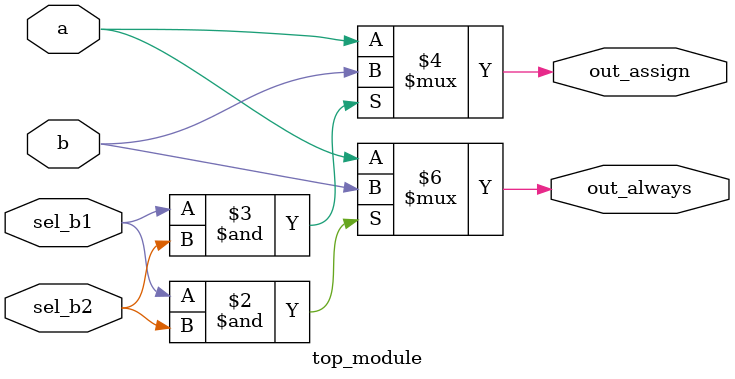
<source format=v>
module top_module(
    input a,
    input b,
    input sel_b1,
    input sel_b2,
    output wire out_assign,
    output reg out_always   );

    always @ (*)
        begin
            if (sel_b1 & sel_b2)
                begin
                    out_always = b;
                end
            else
                begin
                    out_always = a;
                end
        end

    assign out_assign = (sel_b1 & sel_b2) ? b : a;

endmodule

</source>
